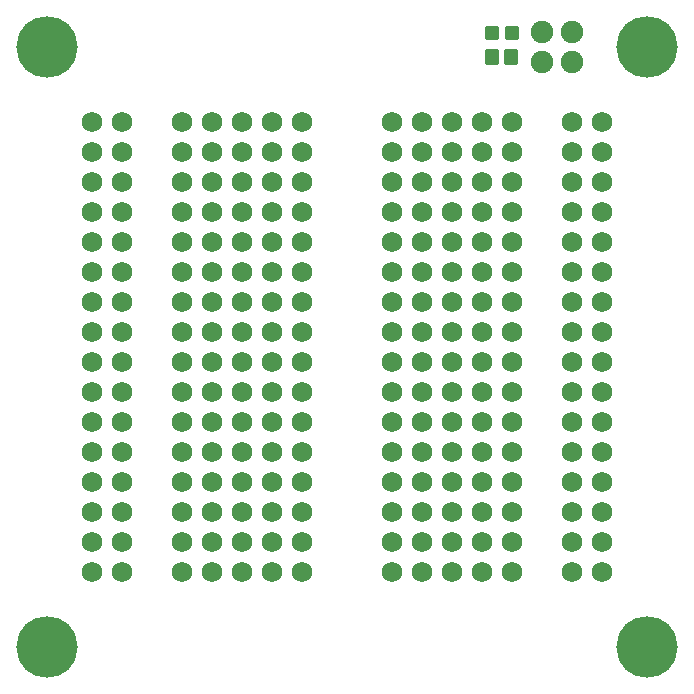
<source format=gts>
G04 Layer: TopSolderMaskLayer*
G04 EasyEDA v6.5.29, 2023-07-20 18:43:14*
G04 584fbfd00d72432697d27f506c2f3648,5a6b42c53f6a479593ecc07194224c93,10*
G04 Gerber Generator version 0.2*
G04 Scale: 100 percent, Rotated: No, Reflected: No *
G04 Dimensions in millimeters *
G04 leading zeros omitted , absolute positions ,4 integer and 5 decimal *
%FSLAX45Y45*%
%MOMM*%

%AMMACRO1*1,1,$1,$2,$3*1,1,$1,$4,$5*1,1,$1,0-$2,0-$3*1,1,$1,0-$4,0-$5*20,1,$1,$2,$3,$4,$5,0*20,1,$1,$4,$5,0-$2,0-$3,0*20,1,$1,0-$2,0-$3,0-$4,0-$5,0*20,1,$1,0-$4,0-$5,$2,$3,0*4,1,4,$2,$3,$4,$5,0-$2,0-$3,0-$4,0-$5,$2,$3,0*%
%ADD10MACRO1,0.2032X-0.45X-0.5X-0.45X0.5*%
%ADD11MACRO1,0.2032X0.5X-0.55X-0.5X-0.55*%
%ADD12C,5.2032*%
%ADD13C,1.9016*%
%ADD14C,1.7272*%

%LPD*%
D10*
G01*
X4144091Y5575292D03*
G01*
X4314090Y5575292D03*
D11*
G01*
X4149092Y5372100D03*
G01*
X4309092Y5372100D03*
D12*
G01*
X381000Y5461000D03*
G01*
X5461000Y5461000D03*
G01*
X5461000Y381000D03*
G01*
X381000Y381000D03*
D13*
G01*
X4572000Y5588000D03*
G01*
X4572000Y5334000D03*
G01*
X4826000Y5334000D03*
G01*
X4826000Y5588000D03*
D14*
G01*
X762076Y4572000D03*
G01*
X1016076Y4572000D03*
G01*
X762076Y4318000D03*
G01*
X1016076Y4318000D03*
G01*
X762076Y4064000D03*
G01*
X1016076Y4064000D03*
G01*
X762127Y4826000D03*
G01*
X1016076Y4826000D03*
G01*
X1016000Y3810000D03*
G01*
X762076Y3810000D03*
G01*
X1016000Y3048000D03*
G01*
X762000Y3048000D03*
G01*
X1016000Y3302000D03*
G01*
X762000Y3302000D03*
G01*
X1016000Y3556000D03*
G01*
X762000Y3556000D03*
G01*
X1016000Y2794000D03*
G01*
X762076Y2794000D03*
G01*
X1016000Y2032000D03*
G01*
X762000Y2032000D03*
G01*
X1016000Y2286000D03*
G01*
X762000Y2286000D03*
G01*
X1016000Y2540000D03*
G01*
X762000Y2540000D03*
G01*
X1016000Y1778000D03*
G01*
X762076Y1778000D03*
G01*
X1016000Y1016000D03*
G01*
X762000Y1016000D03*
G01*
X1016000Y1270000D03*
G01*
X762000Y1270000D03*
G01*
X1016000Y1524000D03*
G01*
X762000Y1524000D03*
G01*
X1777923Y4826000D03*
G01*
X1524000Y4826000D03*
G01*
X1777923Y4064000D03*
G01*
X1523923Y4064000D03*
G01*
X1777923Y4318000D03*
G01*
X1523923Y4318000D03*
G01*
X1777923Y4572000D03*
G01*
X1523923Y4572000D03*
G01*
X2286000Y4826000D03*
G01*
X2032076Y4826000D03*
G01*
X2286000Y4064000D03*
G01*
X2032000Y4064000D03*
G01*
X2286000Y4318000D03*
G01*
X2032000Y4318000D03*
G01*
X2286000Y4572000D03*
G01*
X2032000Y4572000D03*
G01*
X2540000Y4826000D03*
G01*
X2539923Y4064000D03*
G01*
X2539923Y4318000D03*
G01*
X2539923Y4572000D03*
G01*
X4317923Y4572000D03*
G01*
X4317923Y4318000D03*
G01*
X4317923Y4064000D03*
G01*
X4318000Y4826000D03*
G01*
X3810000Y4572000D03*
G01*
X4064000Y4572000D03*
G01*
X3810000Y4318000D03*
G01*
X4064000Y4318000D03*
G01*
X3810000Y4064000D03*
G01*
X4064000Y4064000D03*
G01*
X3810050Y4826000D03*
G01*
X4064000Y4826000D03*
G01*
X3301923Y4572000D03*
G01*
X3555923Y4572000D03*
G01*
X3301923Y4318000D03*
G01*
X3555923Y4318000D03*
G01*
X3301923Y4064000D03*
G01*
X3555923Y4064000D03*
G01*
X3302000Y4826000D03*
G01*
X3555923Y4826000D03*
G01*
X4825923Y1524000D03*
G01*
X5079923Y1524000D03*
G01*
X4825923Y1270000D03*
G01*
X5079923Y1270000D03*
G01*
X4825923Y1016000D03*
G01*
X5079923Y1016000D03*
G01*
X4826000Y1778000D03*
G01*
X5079923Y1778000D03*
G01*
X4825923Y2540000D03*
G01*
X5079923Y2540000D03*
G01*
X4825923Y2286000D03*
G01*
X5079923Y2286000D03*
G01*
X4825923Y2032000D03*
G01*
X5079923Y2032000D03*
G01*
X4826000Y2794000D03*
G01*
X5079923Y2794000D03*
G01*
X4825923Y3556000D03*
G01*
X5079923Y3556000D03*
G01*
X4825923Y3302000D03*
G01*
X5079923Y3302000D03*
G01*
X4825923Y3048000D03*
G01*
X5079923Y3048000D03*
G01*
X4826000Y3810000D03*
G01*
X5079923Y3810000D03*
G01*
X5080000Y4826000D03*
G01*
X4826050Y4826000D03*
G01*
X5080000Y4064000D03*
G01*
X4826000Y4064000D03*
G01*
X5080000Y4318000D03*
G01*
X4826000Y4318000D03*
G01*
X5080000Y4572000D03*
G01*
X4826000Y4572000D03*
G01*
X3555923Y3810000D03*
G01*
X3302000Y3810000D03*
G01*
X3555923Y3048000D03*
G01*
X3301923Y3048000D03*
G01*
X3555923Y3302000D03*
G01*
X3301923Y3302000D03*
G01*
X3555923Y3556000D03*
G01*
X3301923Y3556000D03*
G01*
X4064000Y3810000D03*
G01*
X3810050Y3810000D03*
G01*
X4064000Y3048000D03*
G01*
X3810000Y3048000D03*
G01*
X4064000Y3302000D03*
G01*
X3810000Y3302000D03*
G01*
X4064000Y3556000D03*
G01*
X3810000Y3556000D03*
G01*
X4318000Y3810000D03*
G01*
X4317923Y3048000D03*
G01*
X4317923Y3302000D03*
G01*
X4317923Y3556000D03*
G01*
X2539923Y3556000D03*
G01*
X2539923Y3302000D03*
G01*
X2539923Y3048000D03*
G01*
X2540000Y3810000D03*
G01*
X2032000Y3556000D03*
G01*
X2286000Y3556000D03*
G01*
X2032000Y3302000D03*
G01*
X2286000Y3302000D03*
G01*
X2032000Y3048000D03*
G01*
X2286000Y3048000D03*
G01*
X2032076Y3810000D03*
G01*
X2286000Y3810000D03*
G01*
X1523923Y3556000D03*
G01*
X1777923Y3556000D03*
G01*
X1523923Y3302000D03*
G01*
X1777923Y3302000D03*
G01*
X1523923Y3048000D03*
G01*
X1777923Y3048000D03*
G01*
X1524000Y3810000D03*
G01*
X1777923Y3810000D03*
G01*
X3555923Y2794000D03*
G01*
X3302000Y2794000D03*
G01*
X3555923Y2032000D03*
G01*
X3301923Y2032000D03*
G01*
X3555923Y2286000D03*
G01*
X3301923Y2286000D03*
G01*
X3555923Y2540000D03*
G01*
X3301923Y2540000D03*
G01*
X4064000Y2794000D03*
G01*
X3810050Y2794000D03*
G01*
X4064000Y2032000D03*
G01*
X3810000Y2032000D03*
G01*
X4064000Y2286000D03*
G01*
X3810000Y2286000D03*
G01*
X4064000Y2540000D03*
G01*
X3810000Y2540000D03*
G01*
X4318000Y2794000D03*
G01*
X4317923Y2032000D03*
G01*
X4317923Y2286000D03*
G01*
X4317923Y2540000D03*
G01*
X2539923Y2540000D03*
G01*
X2539923Y2286000D03*
G01*
X2539923Y2032000D03*
G01*
X2540000Y2794000D03*
G01*
X2032000Y2540000D03*
G01*
X2286000Y2540000D03*
G01*
X2032000Y2286000D03*
G01*
X2286000Y2286000D03*
G01*
X2032000Y2032000D03*
G01*
X2286000Y2032000D03*
G01*
X2032076Y2794000D03*
G01*
X2286000Y2794000D03*
G01*
X1523923Y2540000D03*
G01*
X1777923Y2540000D03*
G01*
X1523923Y2286000D03*
G01*
X1777923Y2286000D03*
G01*
X1523923Y2032000D03*
G01*
X1777923Y2032000D03*
G01*
X1524000Y2794000D03*
G01*
X1777923Y2794000D03*
G01*
X3555923Y1778000D03*
G01*
X3302000Y1778000D03*
G01*
X3555923Y1016000D03*
G01*
X3301923Y1016000D03*
G01*
X3555923Y1270000D03*
G01*
X3301923Y1270000D03*
G01*
X3555923Y1524000D03*
G01*
X3301923Y1524000D03*
G01*
X4064000Y1778000D03*
G01*
X3810050Y1778000D03*
G01*
X4064000Y1016000D03*
G01*
X3810000Y1016000D03*
G01*
X4064000Y1270000D03*
G01*
X3810000Y1270000D03*
G01*
X4064000Y1524000D03*
G01*
X3810000Y1524000D03*
G01*
X4318000Y1778000D03*
G01*
X4317923Y1016000D03*
G01*
X4317923Y1270000D03*
G01*
X4317923Y1524000D03*
G01*
X2539923Y1524000D03*
G01*
X2539923Y1270000D03*
G01*
X2539923Y1016000D03*
G01*
X2540000Y1778000D03*
G01*
X2032000Y1524000D03*
G01*
X2286000Y1524000D03*
G01*
X2032000Y1270000D03*
G01*
X2286000Y1270000D03*
G01*
X2032000Y1016000D03*
G01*
X2286000Y1016000D03*
G01*
X2032076Y1778000D03*
G01*
X2286000Y1778000D03*
G01*
X1523923Y1524000D03*
G01*
X1777923Y1524000D03*
G01*
X1523923Y1270000D03*
G01*
X1777923Y1270000D03*
G01*
X1523923Y1016000D03*
G01*
X1777923Y1016000D03*
G01*
X1524000Y1778000D03*
G01*
X1777923Y1778000D03*
M02*

</source>
